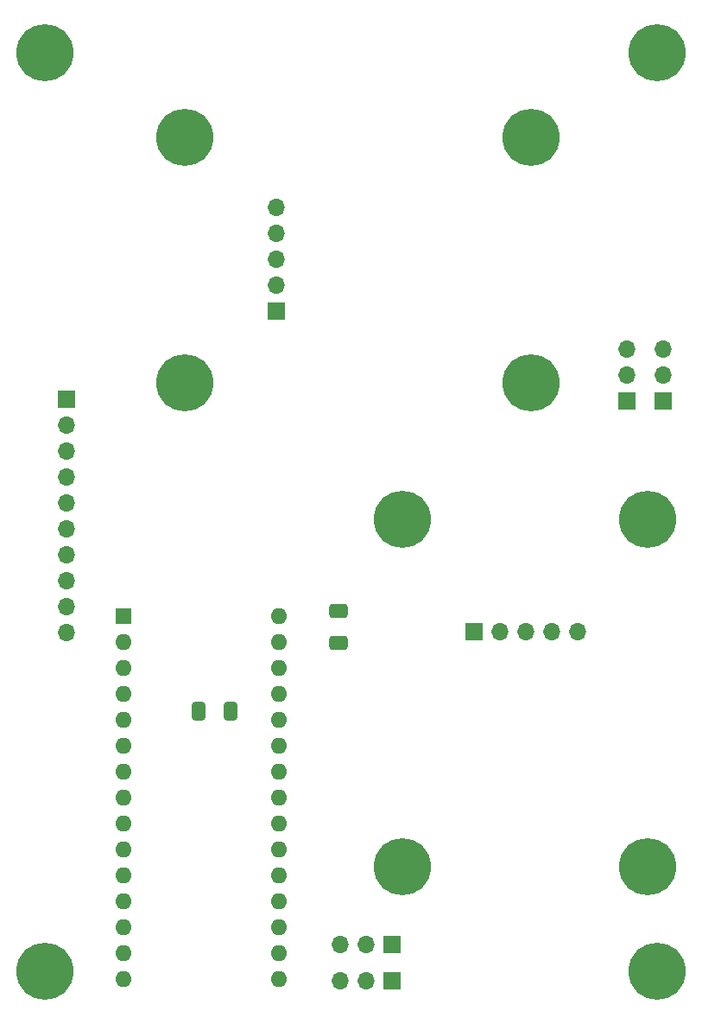
<source format=gbr>
%TF.GenerationSoftware,KiCad,Pcbnew,(6.0.4)*%
%TF.CreationDate,2022-12-06T12:03:58-05:00*%
%TF.ProjectId,BREAD_Slice,42524541-445f-4536-9c69-63652e6b6963,rev?*%
%TF.SameCoordinates,Original*%
%TF.FileFunction,Soldermask,Bot*%
%TF.FilePolarity,Negative*%
%FSLAX46Y46*%
G04 Gerber Fmt 4.6, Leading zero omitted, Abs format (unit mm)*
G04 Created by KiCad (PCBNEW (6.0.4)) date 2022-12-06 12:03:58*
%MOMM*%
%LPD*%
G01*
G04 APERTURE LIST*
G04 Aperture macros list*
%AMRoundRect*
0 Rectangle with rounded corners*
0 $1 Rounding radius*
0 $2 $3 $4 $5 $6 $7 $8 $9 X,Y pos of 4 corners*
0 Add a 4 corners polygon primitive as box body*
4,1,4,$2,$3,$4,$5,$6,$7,$8,$9,$2,$3,0*
0 Add four circle primitives for the rounded corners*
1,1,$1+$1,$2,$3*
1,1,$1+$1,$4,$5*
1,1,$1+$1,$6,$7*
1,1,$1+$1,$8,$9*
0 Add four rect primitives between the rounded corners*
20,1,$1+$1,$2,$3,$4,$5,0*
20,1,$1+$1,$4,$5,$6,$7,0*
20,1,$1+$1,$6,$7,$8,$9,0*
20,1,$1+$1,$8,$9,$2,$3,0*%
G04 Aperture macros list end*
%ADD10R,1.700000X1.700000*%
%ADD11O,1.700000X1.700000*%
%ADD12C,5.600000*%
%ADD13R,1.600000X1.600000*%
%ADD14O,1.600000X1.600000*%
%ADD15RoundRect,0.250000X-0.650000X0.412500X-0.650000X-0.412500X0.650000X-0.412500X0.650000X0.412500X0*%
%ADD16RoundRect,0.250000X0.412500X0.650000X-0.412500X0.650000X-0.412500X-0.650000X0.412500X-0.650000X0*%
G04 APERTURE END LIST*
D10*
%TO.C,J7*%
X134475000Y-136425000D03*
D11*
X131935000Y-136425000D03*
X129395000Y-136425000D03*
%TD*%
D10*
%TO.C,J3*%
X142500000Y-102250000D03*
D11*
X145040000Y-102250000D03*
X147580000Y-102250000D03*
X150120000Y-102250000D03*
X152660000Y-102250000D03*
%TD*%
D10*
%TO.C,J6*%
X134475000Y-132875000D03*
D11*
X131935000Y-132875000D03*
X129395000Y-132875000D03*
%TD*%
D10*
%TO.C,J1*%
X102514466Y-79464466D03*
D11*
X102514466Y-82004466D03*
X102514466Y-84544466D03*
X102514466Y-87084466D03*
X102514466Y-89624466D03*
X102514466Y-92164466D03*
X102514466Y-94704466D03*
X102514466Y-97244466D03*
X102514466Y-99784466D03*
X102514466Y-102324466D03*
%TD*%
D10*
%TO.C,J2*%
X123139466Y-70814466D03*
D11*
X123139466Y-68274466D03*
X123139466Y-65734466D03*
X123139466Y-63194466D03*
X123139466Y-60654466D03*
%TD*%
D12*
%TO.C,H12*%
X160464466Y-45464466D03*
%TD*%
D10*
%TO.C,J5*%
X161025000Y-79575000D03*
D11*
X161025000Y-77035000D03*
X161025000Y-74495000D03*
%TD*%
D12*
%TO.C,H8*%
X100464466Y-45464466D03*
%TD*%
%TO.C,H9*%
X160464466Y-135464466D03*
%TD*%
%TO.C,H11*%
X135500000Y-125250000D03*
%TD*%
%TO.C,H4*%
X100464466Y-135464466D03*
%TD*%
D10*
%TO.C,J4*%
X157475000Y-79575000D03*
D11*
X157475000Y-77035000D03*
X157475000Y-74495000D03*
%TD*%
D12*
%TO.C,H2*%
X114114466Y-77814466D03*
%TD*%
%TO.C,H5*%
X148114466Y-53814466D03*
%TD*%
D13*
%TO.C,A1*%
X108114466Y-100664466D03*
D14*
X108114466Y-103204466D03*
X108114466Y-105744466D03*
X108114466Y-108284466D03*
X108114466Y-110824466D03*
X108114466Y-113364466D03*
X108114466Y-115904466D03*
X108114466Y-118444466D03*
X108114466Y-120984466D03*
X108114466Y-123524466D03*
X108114466Y-126064466D03*
X108114466Y-128604466D03*
X108114466Y-131144466D03*
X108114466Y-133684466D03*
X108114466Y-136224466D03*
X123354466Y-136224466D03*
X123354466Y-133684466D03*
X123354466Y-131144466D03*
X123354466Y-128604466D03*
X123354466Y-126064466D03*
X123354466Y-123524466D03*
X123354466Y-120984466D03*
X123354466Y-118444466D03*
X123354466Y-115904466D03*
X123354466Y-113364466D03*
X123354466Y-110824466D03*
X123354466Y-108284466D03*
X123354466Y-105744466D03*
X123354466Y-103204466D03*
X123354466Y-100664466D03*
%TD*%
D12*
%TO.C,H1*%
X159500000Y-91250000D03*
%TD*%
%TO.C,H3*%
X148114466Y-77814466D03*
%TD*%
%TO.C,H10*%
X135500000Y-91250000D03*
%TD*%
%TO.C,H6*%
X159500000Y-125250000D03*
%TD*%
%TO.C,H7*%
X114114466Y-53814466D03*
%TD*%
D15*
%TO.C,C1*%
X129250000Y-100187500D03*
X129250000Y-103312500D03*
%TD*%
D16*
%TO.C,C2*%
X118642500Y-110030000D03*
X115517500Y-110030000D03*
%TD*%
M02*

</source>
